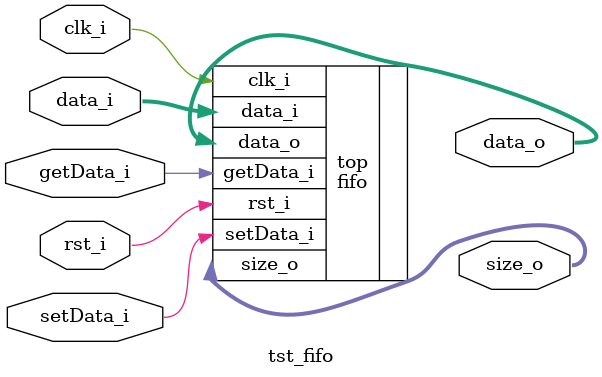
<source format=v>
`timescale 1ns/1ns

module tst_fifo (
    input clk_i,
    input rst_i,
    input [7:0] data_i,
    input setData_i,
    output [7:0] data_o,
    input getData_i,
    output reg [3:0] size_o
);
fifo #(.DEPTH(4), .WIDTH(8)) top(
    .clk_i(clk_i),
    .rst_i(rst_i),
    .data_i(data_i),
    .setData_i(setData_i),
    .data_o(data_o),
    .getData_i(getData_i),
    .size_o(size_o)
);

initial begin
    $dumpfile("logs/vlt_dump.vcd");
    $dumpvars();
end
    
endmodule

</source>
